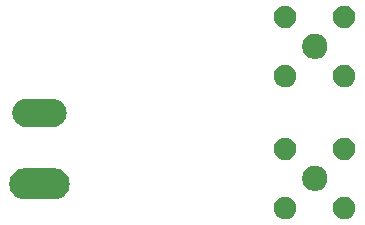
<source format=gbr>
G04 #@! TF.GenerationSoftware,KiCad,Pcbnew,(5.0.2)-1*
G04 #@! TF.CreationDate,2019-08-18T14:58:17-04:00*
G04 #@! TF.ProjectId,LTC3260-DualRail,4c544333-3236-4302-9d44-75616c526169,rev?*
G04 #@! TF.SameCoordinates,Original*
G04 #@! TF.FileFunction,Soldermask,Bot*
G04 #@! TF.FilePolarity,Negative*
%FSLAX46Y46*%
G04 Gerber Fmt 4.6, Leading zero omitted, Abs format (unit mm)*
G04 Created by KiCad (PCBNEW (5.0.2)-1) date 8/18/2019 2:58:17 PM*
%MOMM*%
%LPD*%
G01*
G04 APERTURE LIST*
%ADD10C,0.100000*%
G04 APERTURE END LIST*
D10*
G36*
X95232116Y-84897546D02*
X95405186Y-84969234D01*
X95560950Y-85073312D01*
X95693408Y-85205770D01*
X95797486Y-85361534D01*
X95869174Y-85534604D01*
X95905720Y-85718333D01*
X95905720Y-85905667D01*
X95869174Y-86089396D01*
X95797486Y-86262466D01*
X95693408Y-86418230D01*
X95560950Y-86550688D01*
X95405186Y-86654766D01*
X95232116Y-86726454D01*
X95048387Y-86763000D01*
X94861053Y-86763000D01*
X94677324Y-86726454D01*
X94504254Y-86654766D01*
X94348490Y-86550688D01*
X94216032Y-86418230D01*
X94111954Y-86262466D01*
X94040266Y-86089396D01*
X94003720Y-85905667D01*
X94003720Y-85718333D01*
X94040266Y-85534604D01*
X94111954Y-85361534D01*
X94216032Y-85205770D01*
X94348490Y-85073312D01*
X94504254Y-84969234D01*
X94677324Y-84897546D01*
X94861053Y-84861000D01*
X95048387Y-84861000D01*
X95232116Y-84897546D01*
X95232116Y-84897546D01*
G37*
G36*
X100232116Y-84897546D02*
X100405186Y-84969234D01*
X100560950Y-85073312D01*
X100693408Y-85205770D01*
X100797486Y-85361534D01*
X100869174Y-85534604D01*
X100905720Y-85718333D01*
X100905720Y-85905667D01*
X100869174Y-86089396D01*
X100797486Y-86262466D01*
X100693408Y-86418230D01*
X100560950Y-86550688D01*
X100405186Y-86654766D01*
X100232116Y-86726454D01*
X100048387Y-86763000D01*
X99861053Y-86763000D01*
X99677324Y-86726454D01*
X99504254Y-86654766D01*
X99348490Y-86550688D01*
X99216032Y-86418230D01*
X99111954Y-86262466D01*
X99040266Y-86089396D01*
X99003720Y-85905667D01*
X99003720Y-85718333D01*
X99040266Y-85534604D01*
X99111954Y-85361534D01*
X99216032Y-85205770D01*
X99348490Y-85073312D01*
X99504254Y-84969234D01*
X99677324Y-84897546D01*
X99861053Y-84861000D01*
X100048387Y-84861000D01*
X100232116Y-84897546D01*
X100232116Y-84897546D01*
G37*
G36*
X75511909Y-82477986D02*
X75655260Y-82492105D01*
X75900500Y-82566498D01*
X75900502Y-82566499D01*
X76126516Y-82687306D01*
X76324617Y-82849883D01*
X76487194Y-83047984D01*
X76487195Y-83047986D01*
X76608002Y-83274000D01*
X76682395Y-83519240D01*
X76707514Y-83774280D01*
X76682395Y-84029320D01*
X76610738Y-84265539D01*
X76608001Y-84274562D01*
X76487194Y-84500576D01*
X76324617Y-84698677D01*
X76126516Y-84861254D01*
X75924498Y-84969235D01*
X75900500Y-84982062D01*
X75655260Y-85056455D01*
X75511909Y-85070574D01*
X75464126Y-85075280D01*
X72836314Y-85075280D01*
X72788531Y-85070574D01*
X72645180Y-85056455D01*
X72399940Y-84982062D01*
X72375942Y-84969235D01*
X72173924Y-84861254D01*
X71975823Y-84698677D01*
X71813246Y-84500576D01*
X71692439Y-84274562D01*
X71689702Y-84265539D01*
X71618045Y-84029320D01*
X71592926Y-83774280D01*
X71618045Y-83519240D01*
X71692438Y-83274000D01*
X71813245Y-83047986D01*
X71813246Y-83047984D01*
X71975823Y-82849883D01*
X72173924Y-82687306D01*
X72399938Y-82566499D01*
X72399940Y-82566498D01*
X72645180Y-82492105D01*
X72788531Y-82477986D01*
X72836314Y-82473280D01*
X75464126Y-82473280D01*
X75511909Y-82477986D01*
X75511909Y-82477986D01*
G37*
G36*
X97612667Y-82246337D02*
X97768578Y-82277350D01*
X97964397Y-82358461D01*
X97964398Y-82358462D01*
X98140633Y-82476218D01*
X98290502Y-82626087D01*
X98290504Y-82626090D01*
X98408259Y-82802323D01*
X98489370Y-82998142D01*
X98530720Y-83206023D01*
X98530720Y-83417977D01*
X98489370Y-83625858D01*
X98408259Y-83821677D01*
X98408258Y-83821678D01*
X98290502Y-83997913D01*
X98140633Y-84147782D01*
X98140630Y-84147784D01*
X97964397Y-84265539D01*
X97768578Y-84346650D01*
X97612667Y-84377663D01*
X97560698Y-84388000D01*
X97348742Y-84388000D01*
X97296773Y-84377663D01*
X97140862Y-84346650D01*
X96945043Y-84265539D01*
X96768810Y-84147784D01*
X96768807Y-84147782D01*
X96618938Y-83997913D01*
X96501182Y-83821678D01*
X96501181Y-83821677D01*
X96420070Y-83625858D01*
X96378720Y-83417977D01*
X96378720Y-83206023D01*
X96420070Y-82998142D01*
X96501181Y-82802323D01*
X96618936Y-82626090D01*
X96618938Y-82626087D01*
X96768807Y-82476218D01*
X96945042Y-82358462D01*
X96945043Y-82358461D01*
X97140862Y-82277350D01*
X97296773Y-82246337D01*
X97348742Y-82236000D01*
X97560698Y-82236000D01*
X97612667Y-82246337D01*
X97612667Y-82246337D01*
G37*
G36*
X100232116Y-79897546D02*
X100405186Y-79969234D01*
X100560950Y-80073312D01*
X100693408Y-80205770D01*
X100797486Y-80361534D01*
X100869174Y-80534604D01*
X100905720Y-80718333D01*
X100905720Y-80905667D01*
X100869174Y-81089396D01*
X100797486Y-81262466D01*
X100693408Y-81418230D01*
X100560950Y-81550688D01*
X100405186Y-81654766D01*
X100232116Y-81726454D01*
X100048387Y-81763000D01*
X99861053Y-81763000D01*
X99677324Y-81726454D01*
X99504254Y-81654766D01*
X99348490Y-81550688D01*
X99216032Y-81418230D01*
X99111954Y-81262466D01*
X99040266Y-81089396D01*
X99003720Y-80905667D01*
X99003720Y-80718333D01*
X99040266Y-80534604D01*
X99111954Y-80361534D01*
X99216032Y-80205770D01*
X99348490Y-80073312D01*
X99504254Y-79969234D01*
X99677324Y-79897546D01*
X99861053Y-79861000D01*
X100048387Y-79861000D01*
X100232116Y-79897546D01*
X100232116Y-79897546D01*
G37*
G36*
X95232116Y-79897546D02*
X95405186Y-79969234D01*
X95560950Y-80073312D01*
X95693408Y-80205770D01*
X95797486Y-80361534D01*
X95869174Y-80534604D01*
X95905720Y-80718333D01*
X95905720Y-80905667D01*
X95869174Y-81089396D01*
X95797486Y-81262466D01*
X95693408Y-81418230D01*
X95560950Y-81550688D01*
X95405186Y-81654766D01*
X95232116Y-81726454D01*
X95048387Y-81763000D01*
X94861053Y-81763000D01*
X94677324Y-81726454D01*
X94504254Y-81654766D01*
X94348490Y-81550688D01*
X94216032Y-81418230D01*
X94111954Y-81262466D01*
X94040266Y-81089396D01*
X94003720Y-80905667D01*
X94003720Y-80718333D01*
X94040266Y-80534604D01*
X94111954Y-80361534D01*
X94216032Y-80205770D01*
X94348490Y-80073312D01*
X94504254Y-79969234D01*
X94677324Y-79897546D01*
X94861053Y-79861000D01*
X95048387Y-79861000D01*
X95232116Y-79897546D01*
X95232116Y-79897546D01*
G37*
G36*
X75505756Y-76615296D02*
X75727433Y-76682541D01*
X75931732Y-76791741D01*
X76110801Y-76938699D01*
X76257759Y-77117768D01*
X76366959Y-77322067D01*
X76434204Y-77543744D01*
X76456910Y-77774280D01*
X76434204Y-78004816D01*
X76366959Y-78226493D01*
X76257759Y-78430792D01*
X76110801Y-78609861D01*
X75931732Y-78756819D01*
X75727433Y-78866019D01*
X75505756Y-78933264D01*
X75332991Y-78950280D01*
X72967449Y-78950280D01*
X72794684Y-78933264D01*
X72573007Y-78866019D01*
X72368708Y-78756819D01*
X72189639Y-78609861D01*
X72042681Y-78430792D01*
X71933481Y-78226493D01*
X71866236Y-78004816D01*
X71843530Y-77774280D01*
X71866236Y-77543744D01*
X71933481Y-77322067D01*
X72042681Y-77117768D01*
X72189639Y-76938699D01*
X72368708Y-76791741D01*
X72573007Y-76682541D01*
X72794684Y-76615296D01*
X72967449Y-76598280D01*
X75332991Y-76598280D01*
X75505756Y-76615296D01*
X75505756Y-76615296D01*
G37*
G36*
X95232116Y-73721546D02*
X95405186Y-73793234D01*
X95560950Y-73897312D01*
X95693408Y-74029770D01*
X95797486Y-74185534D01*
X95869174Y-74358604D01*
X95905720Y-74542333D01*
X95905720Y-74729667D01*
X95869174Y-74913396D01*
X95797486Y-75086466D01*
X95693408Y-75242230D01*
X95560950Y-75374688D01*
X95405186Y-75478766D01*
X95232116Y-75550454D01*
X95048387Y-75587000D01*
X94861053Y-75587000D01*
X94677324Y-75550454D01*
X94504254Y-75478766D01*
X94348490Y-75374688D01*
X94216032Y-75242230D01*
X94111954Y-75086466D01*
X94040266Y-74913396D01*
X94003720Y-74729667D01*
X94003720Y-74542333D01*
X94040266Y-74358604D01*
X94111954Y-74185534D01*
X94216032Y-74029770D01*
X94348490Y-73897312D01*
X94504254Y-73793234D01*
X94677324Y-73721546D01*
X94861053Y-73685000D01*
X95048387Y-73685000D01*
X95232116Y-73721546D01*
X95232116Y-73721546D01*
G37*
G36*
X100232116Y-73721546D02*
X100405186Y-73793234D01*
X100560950Y-73897312D01*
X100693408Y-74029770D01*
X100797486Y-74185534D01*
X100869174Y-74358604D01*
X100905720Y-74542333D01*
X100905720Y-74729667D01*
X100869174Y-74913396D01*
X100797486Y-75086466D01*
X100693408Y-75242230D01*
X100560950Y-75374688D01*
X100405186Y-75478766D01*
X100232116Y-75550454D01*
X100048387Y-75587000D01*
X99861053Y-75587000D01*
X99677324Y-75550454D01*
X99504254Y-75478766D01*
X99348490Y-75374688D01*
X99216032Y-75242230D01*
X99111954Y-75086466D01*
X99040266Y-74913396D01*
X99003720Y-74729667D01*
X99003720Y-74542333D01*
X99040266Y-74358604D01*
X99111954Y-74185534D01*
X99216032Y-74029770D01*
X99348490Y-73897312D01*
X99504254Y-73793234D01*
X99677324Y-73721546D01*
X99861053Y-73685000D01*
X100048387Y-73685000D01*
X100232116Y-73721546D01*
X100232116Y-73721546D01*
G37*
G36*
X97612667Y-71070337D02*
X97768578Y-71101350D01*
X97964397Y-71182461D01*
X97964398Y-71182462D01*
X98140633Y-71300218D01*
X98290502Y-71450087D01*
X98290504Y-71450090D01*
X98408259Y-71626323D01*
X98489370Y-71822142D01*
X98530720Y-72030023D01*
X98530720Y-72241977D01*
X98489370Y-72449858D01*
X98408259Y-72645677D01*
X98408258Y-72645678D01*
X98290502Y-72821913D01*
X98140633Y-72971782D01*
X98140630Y-72971784D01*
X97964397Y-73089539D01*
X97768578Y-73170650D01*
X97612667Y-73201663D01*
X97560698Y-73212000D01*
X97348742Y-73212000D01*
X97296773Y-73201663D01*
X97140862Y-73170650D01*
X96945043Y-73089539D01*
X96768810Y-72971784D01*
X96768807Y-72971782D01*
X96618938Y-72821913D01*
X96501182Y-72645678D01*
X96501181Y-72645677D01*
X96420070Y-72449858D01*
X96378720Y-72241977D01*
X96378720Y-72030023D01*
X96420070Y-71822142D01*
X96501181Y-71626323D01*
X96618936Y-71450090D01*
X96618938Y-71450087D01*
X96768807Y-71300218D01*
X96945042Y-71182462D01*
X96945043Y-71182461D01*
X97140862Y-71101350D01*
X97296773Y-71070337D01*
X97348742Y-71060000D01*
X97560698Y-71060000D01*
X97612667Y-71070337D01*
X97612667Y-71070337D01*
G37*
G36*
X95232116Y-68721546D02*
X95405186Y-68793234D01*
X95560950Y-68897312D01*
X95693408Y-69029770D01*
X95797486Y-69185534D01*
X95869174Y-69358604D01*
X95905720Y-69542333D01*
X95905720Y-69729667D01*
X95869174Y-69913396D01*
X95797486Y-70086466D01*
X95693408Y-70242230D01*
X95560950Y-70374688D01*
X95405186Y-70478766D01*
X95232116Y-70550454D01*
X95048387Y-70587000D01*
X94861053Y-70587000D01*
X94677324Y-70550454D01*
X94504254Y-70478766D01*
X94348490Y-70374688D01*
X94216032Y-70242230D01*
X94111954Y-70086466D01*
X94040266Y-69913396D01*
X94003720Y-69729667D01*
X94003720Y-69542333D01*
X94040266Y-69358604D01*
X94111954Y-69185534D01*
X94216032Y-69029770D01*
X94348490Y-68897312D01*
X94504254Y-68793234D01*
X94677324Y-68721546D01*
X94861053Y-68685000D01*
X95048387Y-68685000D01*
X95232116Y-68721546D01*
X95232116Y-68721546D01*
G37*
G36*
X100232116Y-68721546D02*
X100405186Y-68793234D01*
X100560950Y-68897312D01*
X100693408Y-69029770D01*
X100797486Y-69185534D01*
X100869174Y-69358604D01*
X100905720Y-69542333D01*
X100905720Y-69729667D01*
X100869174Y-69913396D01*
X100797486Y-70086466D01*
X100693408Y-70242230D01*
X100560950Y-70374688D01*
X100405186Y-70478766D01*
X100232116Y-70550454D01*
X100048387Y-70587000D01*
X99861053Y-70587000D01*
X99677324Y-70550454D01*
X99504254Y-70478766D01*
X99348490Y-70374688D01*
X99216032Y-70242230D01*
X99111954Y-70086466D01*
X99040266Y-69913396D01*
X99003720Y-69729667D01*
X99003720Y-69542333D01*
X99040266Y-69358604D01*
X99111954Y-69185534D01*
X99216032Y-69029770D01*
X99348490Y-68897312D01*
X99504254Y-68793234D01*
X99677324Y-68721546D01*
X99861053Y-68685000D01*
X100048387Y-68685000D01*
X100232116Y-68721546D01*
X100232116Y-68721546D01*
G37*
M02*

</source>
